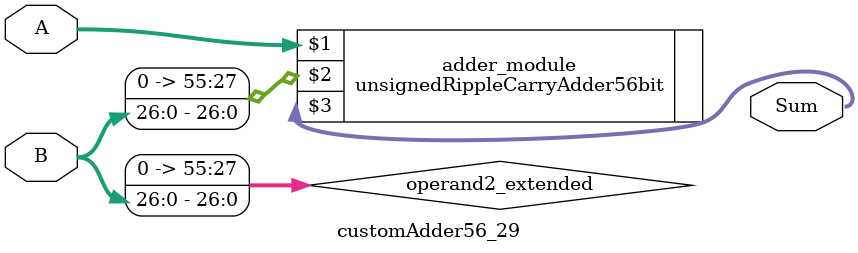
<source format=v>
module customAdder56_29(
                        input [55 : 0] A,
                        input [26 : 0] B,
                        
                        output [56 : 0] Sum
                );

        wire [55 : 0] operand2_extended;
        
        assign operand2_extended =  {29'b0, B};
        
        unsignedRippleCarryAdder56bit adder_module(
            A,
            operand2_extended,
            Sum
        );
        
        endmodule
        
</source>
